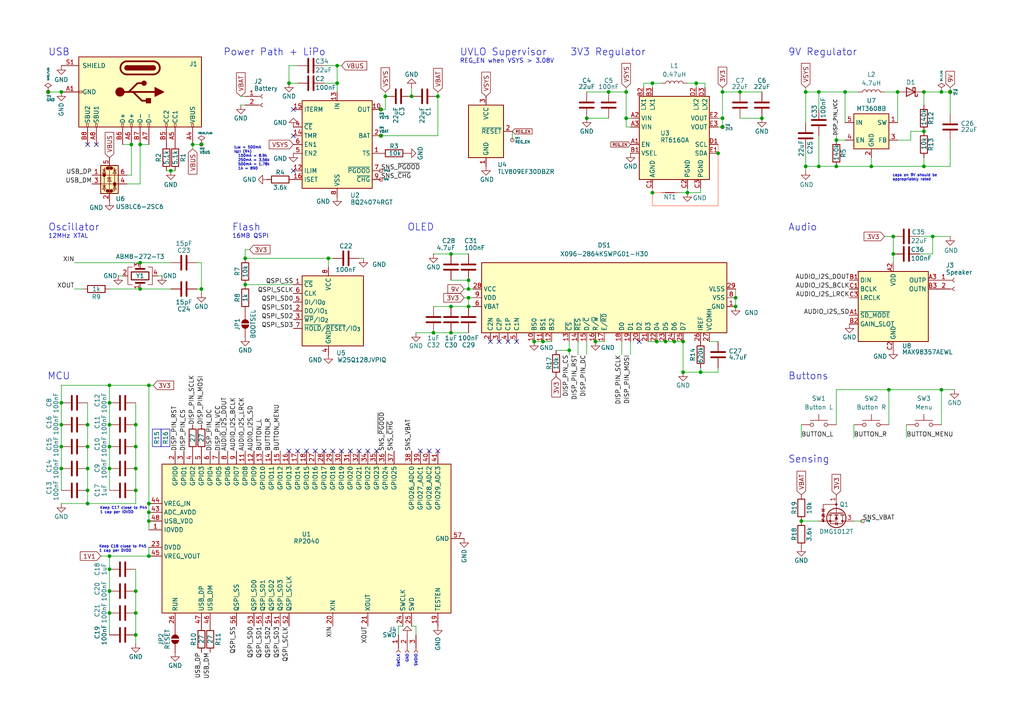
<source format=kicad_sch>
(kicad_sch (version 20250114) (generator "eeschema") (generator_version "9.0")
  (paper "A4")
  (title_block (title "Prythm"))
  (rectangle (start 46.736 124.46) (end 49.276 129.54))
  (rectangle (start 44.196 124.46) (end 46.736 129.54))
  (text "battery level monitoring\nway to soft shutdown audio system\nway to soft shutdown display -- maybe just use disp commands xd\nleds? (come back after first routing?)\nactually pick a tactile menu btn from JLC (maybe that fun rotary thing?)" (at 302.514 34.036 0) (effects (font (size 0.762 0.762)) (justify left top)))
  (text "Buttons" (at 228.6 109.22 0) (effects (font (size 2.032 2.032)) (justify left)))
  (text "Oscillator" (at 13.97 66.04 0) (effects (font (size 2.032 2.032)) (justify left)))
  (text "caps on 9V should be\nappropriately rated" (at 258.826 51.562 0) (effects (font (size 0.762 0.762)) (justify left)))
  (text "3V3 Regulator" (at 165.354 15.24 0) (effects (font (size 2.032 2.032)) (justify left)))
  (text "Keep C17 close to P44\n1 cap per IOVDD" (at 28.956 148.082 0) (effects (font (size 0.762 0.762)) (justify left)))
  (text "12MHz XTAL" (at 13.97 68.58 0) (effects (font (size 1.27 1.27)) (justify left)))
  (text "USB" (at 13.97 15.24 0) (effects (font (size 2.032 2.032)) (justify left)))
  (text "16MB QSPI" (at 67.31 68.58 0) (effects (font (size 1.27 1.27)) (justify left)))
  (text "I_{LIM} = 500mA\nI_{SET} (R4)\n  100mA = 8.9k\n  250mA = 3.56k\n  500mA = 1.78k\n  1A = 890" (at 67.818 45.974 0) (effects (font (size 0.762 0.762)) (justify left)))
  (text "UVLO Supervisor" (at 133.35 15.24 0) (effects (font (size 2.032 2.032)) (justify left)))
  (text "Audio" (at 228.6 66.04 0) (effects (font (size 2.032 2.032)) (justify left)))
  (text "SWCLK" (at 115.57 189.738 90) (effects (font (size 0.762 0.762)) (justify right)))
  (text "GND" (at 118.11 189.738 90) (effects (font (size 0.762 0.762)) (justify right)))
  (text "Sensing" (at 228.6 133.35 0) (effects (font (size 2.032 2.032)) (justify left)))
  (text "Flash" (at 67.31 66.04 0) (effects (font (size 2.032 2.032)) (justify left)))
  (text "Power Path + LiPo" (at 64.77 15.24 0) (effects (font (size 2.032 2.032)) (justify left)))
  (text "REG_EN when VSYS > 3.08V" (at 133.35 17.78 0) (effects (font (size 1.27 1.27)) (justify left)))
  (text "MCU" (at 13.716 109.22 0) (effects (font (size 2.032 2.032)) (justify left)))
  (text "9V Regulator" (at 228.6 15.24 0) (effects (font (size 2.032 2.032)) (justify left)))
  (text "OLED" (at 118.11 66.04 0) (effects (font (size 2.032 2.032)) (justify left)))
  (text "Keep C18 close to P45\n1 cap per DVDD" (at 28.702 159.258 0) (effects (font (size 0.762 0.762)) (justify left)))
  (text "SWDIO" (at 120.65 189.738 90) (effects (font (size 0.762 0.762)) (justify right)))
  (junction (at 242.57 40.64))
  (junction (at 38.1 41.91))
  (junction (at 39.37 135.89))
  (junction (at 25.4 129.54))
  (junction (at 43.18 151.13))
  (junction (at 209.55 36.83))
  (junction (at 260.35 26.67))
  (junction (at 43.18 111.76))
  (junction (at 135.89 88.9))
  (junction (at 195.58 99.06))
  (junction (at 176.53 26.67))
  (junction (at 193.04 99.06))
  (junction (at 31.75 111.76))
  (junction (at 190.5 99.06))
  (junction (at 43.18 146.05))
  (junction (at 267.97 48.26))
  (junction (at 252.73 48.26))
  (junction (at 17.78 26.67))
  (junction (at 25.4 135.89))
  (junction (at 189.23 55.88))
  (junction (at 125.73 96.52))
  (junction (at 135.89 86.36))
  (junction (at 31.75 161.29))
  (junction (at 189.23 24.13))
  (junction (at 181.61 26.67))
  (junction (at 273.05 26.67))
  (junction (at 55.88 41.91))
  (junction (at 39.37 184.15))
  (junction (at 127 27.94))
  (junction (at 275.59 26.67))
  (junction (at 213.36 88.9))
  (junction (at 17.78 116.84))
  (junction (at 40.64 76.2))
  (junction (at 25.4 142.24))
  (junction (at 267.97 26.67))
  (junction (at 165.1 101.6))
  (junction (at 110.49 31.75))
  (junction (at 17.78 135.89))
  (junction (at 43.18 161.29))
  (junction (at 17.78 129.54))
  (junction (at 39.37 142.24))
  (junction (at 213.36 86.36))
  (junction (at 157.48 99.06))
  (junction (at 83.82 24.13))
  (junction (at 130.81 88.9))
  (junction (at 71.12 74.93))
  (junction (at 203.2 107.95))
  (junction (at 58.42 83.82))
  (junction (at 31.75 129.54))
  (junction (at 220.98 34.29))
  (junction (at 198.12 107.95))
  (junction (at 245.11 26.67))
  (junction (at 130.81 73.66))
  (junction (at 208.28 44.45))
  (junction (at 237.49 26.67))
  (junction (at 31.75 123.19))
  (junction (at 154.94 99.06))
  (junction (at 267.97 38.1))
  (junction (at 71.12 82.55))
  (junction (at 209.55 26.67))
  (junction (at 39.37 177.8))
  (junction (at 43.18 148.59))
  (junction (at 135.89 83.82))
  (junction (at 259.08 68.58))
  (junction (at 31.75 116.84))
  (junction (at 31.75 165.1))
  (junction (at 259.08 73.66))
  (junction (at 31.75 177.8))
  (junction (at 40.64 41.91))
  (junction (at 17.78 123.19))
  (junction (at 110.49 39.37))
  (junction (at 209.55 34.29))
  (junction (at 119.38 27.94))
  (junction (at 214.63 26.67))
  (junction (at 233.68 48.26))
  (junction (at 31.75 135.89))
  (junction (at 181.61 34.29))
  (junction (at 242.57 48.26))
  (junction (at 130.81 96.52))
  (junction (at 237.49 48.26))
  (junction (at 270.51 68.58))
  (junction (at 135.89 81.28))
  (junction (at 199.39 55.88))
  (junction (at 40.64 83.82))
  (junction (at 13.97 26.67))
  (junction (at 25.4 123.19))
  (junction (at 58.42 41.91))
  (junction (at 170.18 34.29))
  (junction (at 31.75 171.45))
  (junction (at 97.79 24.13))
  (junction (at 95.25 74.93))
  (junction (at 39.37 171.45))
  (junction (at 97.79 19.05))
  (junction (at 201.93 24.13))
  (junction (at 39.37 129.54))
  (junction (at 198.12 99.06))
  (junction (at 49.53 49.53))
  (junction (at 232.41 151.13))
  (junction (at 172.72 99.06))
  (junction (at 233.68 26.67))
  (junction (at 111.76 27.94))
  (junction (at 257.81 113.03))
  (junction (at 273.05 113.03))
  (junction (at 25.4 146.05))
  (junction (at 39.37 123.19))
  (no_connect (at 25.4 41.91))
  (no_connect (at 99.06 130.81))
  (no_connect (at 121.92 130.81))
  (no_connect (at 91.44 130.81))
  (no_connect (at 149.86 99.06))
  (no_connect (at 96.52 130.81))
  (no_connect (at 93.98 130.81))
  (no_connect (at 27.94 41.91))
  (no_connect (at 104.14 130.81))
  (no_connect (at 147.32 99.06))
  (no_connect (at 85.09 49.53))
  (no_connect (at 124.46 130.81))
  (no_connect (at 83.82 130.81))
  (no_connect (at 142.24 99.06))
  (no_connect (at 101.6 130.81))
  (no_connect (at 185.42 99.06))
  (no_connect (at 144.78 99.06))
  (no_connect (at 86.36 130.81))
  (no_connect (at 127 130.81))
  (no_connect (at 85.09 39.37))
  (no_connect (at 88.9 130.81))
  (no_connect (at 85.09 31.75))
  (no_connect (at 106.68 130.81))
  (no_connect (at 109.22 130.81))
  (wire (pts (xy 161.29 101.6) (xy 165.1 101.6)))
  (wire (pts (xy 58.42 83.82) (xy 57.15 83.82)))
  (wire (pts (xy 199.39 24.13) (xy 201.93 24.13)))
  (wire (pts (xy 189.23 59.69) (xy 208.28 59.69)) (stroke (width 0) (color 255 106 62 1)))
  (wire (pts (xy 181.61 26.67) (xy 181.61 34.29)))
  (wire (pts (xy 40.64 53.34) (xy 36.83 53.34)))
  (wire (pts (xy 49.53 76.2) (xy 40.64 76.2)))
  (wire (pts (xy 31.75 123.19) (xy 31.75 116.84)))
  (wire (pts (xy 203.2 107.95) (xy 203.2 106.68)))
  (wire (pts (xy 204.47 24.13) (xy 204.47 25.4)))
  (wire (pts (xy 264.16 40.64) (xy 264.16 38.1)))
  (wire (pts (xy 205.74 99.06) (xy 208.28 99.06)))
  (wire (pts (xy 242.57 40.64) (xy 245.11 40.64)))
  (wire (pts (xy 176.53 26.67) (xy 181.61 26.67)))
  (wire (pts (xy 93.98 19.05) (xy 97.79 19.05)))
  (wire (pts (xy 233.68 43.18) (xy 233.68 48.26)))
  (wire (pts (xy 242.57 113.03) (xy 242.57 123.19)))
  (wire (pts (xy 209.55 25.4) (xy 209.55 26.67)))
  (wire (pts (xy 31.75 165.1) (xy 31.75 171.45)))
  (wire (pts (xy 266.7 68.58) (xy 270.51 68.58)))
  (wire (pts (xy 58.42 83.82) (xy 58.42 76.2)))
  (wire (pts (xy 275.59 26.67) (xy 275.59 33.02)))
  (wire (pts (xy 275.59 40.64) (xy 275.59 48.26)))
  (wire (pts (xy 25.4 142.24) (xy 25.4 146.05)))
  (wire (pts (xy 195.58 99.06) (xy 198.12 99.06)))
  (wire (pts (xy 260.35 26.67) (xy 256.54 26.67)))
  (wire (pts (xy 199.39 55.88) (xy 203.2 55.88)))
  (wire (pts (xy 43.18 151.13) (xy 43.18 148.59)))
  (wire (pts (xy 237.49 48.26) (xy 242.57 48.26)))
  (wire (pts (xy 130.81 73.66) (xy 135.89 73.66)))
  (wire (pts (xy 181.61 25.4) (xy 181.61 26.67)))
  (wire (pts (xy 233.68 48.26) (xy 237.49 48.26)))
  (wire (pts (xy 260.35 26.67) (xy 260.35 35.56)))
  (wire (pts (xy 105.41 74.93) (xy 104.14 74.93)))
  (wire (pts (xy 134.62 86.36) (xy 135.89 86.36)))
  (wire (pts (xy 170.18 99.06) (xy 170.18 102.87)))
  (wire (pts (xy 39.37 123.19) (xy 39.37 116.84)))
  (wire (pts (xy 13.97 26.67) (xy 17.78 26.67)))
  (wire (pts (xy 273.05 113.03) (xy 273.05 123.19)))
  (wire (pts (xy 48.26 49.53) (xy 49.53 49.53)))
  (wire (pts (xy 40.64 83.82) (xy 31.75 83.82)))
  (wire (pts (xy 232.41 151.13) (xy 237.49 151.13)))
  (wire (pts (xy 233.68 25.4) (xy 233.68 26.67)))
  (wire (pts (xy 120.65 96.52) (xy 125.73 96.52)))
  (wire (pts (xy 130.81 96.52) (xy 135.89 96.52)))
  (wire (pts (xy 119.38 25.4) (xy 119.38 27.94)))
  (wire (pts (xy 58.42 76.2) (xy 57.15 76.2)))
  (wire (pts (xy 71.12 74.93) (xy 95.25 74.93)))
  (wire (pts (xy 181.61 36.83) (xy 182.88 36.83)))
  (wire (pts (xy 31.75 161.29) (xy 31.75 165.1)))
  (wire (pts (xy 262.89 123.19) (xy 262.89 127)))
  (wire (pts (xy 25.4 146.05) (xy 39.37 146.05)))
  (wire (pts (xy 208.28 107.95) (xy 208.28 106.68)))
  (wire (pts (xy 17.78 111.76) (xy 31.75 111.76)))
  (wire (pts (xy 267.97 26.67) (xy 273.05 26.67)))
  (wire (pts (xy 25.4 129.54) (xy 25.4 123.19)))
  (wire (pts (xy 247.65 123.19) (xy 247.65 127)))
  (wire (pts (xy 135.89 83.82) (xy 137.16 83.82)))
  (wire (pts (xy 125.73 88.9) (xy 130.81 88.9)))
  (wire (pts (xy 220.98 34.29) (xy 214.63 34.29)))
  (wire (pts (xy 170.18 26.67) (xy 176.53 26.67)))
  (wire (pts (xy 110.49 31.75) (xy 111.76 31.75)))
  (wire (pts (xy 17.78 146.05) (xy 25.4 146.05)))
  (wire (pts (xy 40.64 41.91) (xy 40.64 53.34)))
  (wire (pts (xy 69.85 27.94) (xy 71.12 27.94)))
  (wire (pts (xy 17.78 111.76) (xy 17.78 116.84)))
  (wire (pts (xy 275.59 25.4) (xy 275.59 26.67)))
  (wire (pts (xy 186.69 24.13) (xy 189.23 24.13)))
  (wire (pts (xy 172.72 99.06) (xy 175.26 99.06)))
  (wire (pts (xy 181.61 34.29) (xy 181.61 36.83)))
  (wire (pts (xy 38.1 50.8) (xy 36.83 50.8)))
  (wire (pts (xy 39.37 184.15) (xy 39.37 177.8)))
  (wire (pts (xy 148.59 38.1) (xy 148.59 40.64)))
  (wire (pts (xy 127 27.94) (xy 127 39.37)))
  (wire (pts (xy 38.1 41.91) (xy 38.1 50.8)))
  (wire (pts (xy 165.1 101.6) (xy 165.1 102.87)))
  (wire (pts (xy 97.79 24.13) (xy 97.79 26.67)))
  (wire (pts (xy 25.4 135.89) (xy 25.4 129.54)))
  (wire (pts (xy 83.82 24.13) (xy 83.82 19.05)))
  (wire (pts (xy 127 26.67) (xy 127 27.94)))
  (wire (pts (xy 43.18 41.91) (xy 40.64 41.91)))
  (wire (pts (xy 130.81 81.28) (xy 135.89 81.28)))
  (wire (pts (xy 220.98 26.67) (xy 214.63 26.67)))
  (wire (pts (xy 180.34 99.06) (xy 180.34 102.87)))
  (wire (pts (xy 39.37 142.24) (xy 39.37 146.05)))
  (wire (pts (xy 39.37 135.89) (xy 39.37 142.24)))
  (wire (pts (xy 252.73 48.26) (xy 252.73 45.72)))
  (wire (pts (xy 110.49 39.37) (xy 127 39.37)))
  (wire (pts (xy 44.45 111.76) (xy 43.18 111.76)))
  (wire (pts (xy 69.85 30.48) (xy 71.12 30.48)))
  (wire (pts (xy 165.1 99.06) (xy 165.1 101.6)))
  (wire (pts (xy 125.73 73.66) (xy 130.81 73.66)))
  (wire (pts (xy 275.59 48.26) (xy 267.97 48.26)))
  (wire (pts (xy 31.75 129.54) (xy 31.75 123.19)))
  (wire (pts (xy 58.42 85.09) (xy 58.42 83.82)))
  (wire (pts (xy 237.49 26.67) (xy 237.49 31.75)))
  (wire (pts (xy 213.36 86.36) (xy 213.36 88.9)))
  (wire (pts (xy 189.23 24.13) (xy 191.77 24.13)))
  (wire (pts (xy 17.78 129.54) (xy 17.78 123.19)))
  (wire (pts (xy 167.64 99.06) (xy 167.64 102.87)))
  (wire (pts (xy 83.82 24.13) (xy 86.36 24.13)))
  (wire (pts (xy 198.12 107.95) (xy 203.2 107.95)))
  (wire (pts (xy 97.79 19.05) (xy 99.06 19.05)))
  (wire (pts (xy 273.05 26.67) (xy 275.59 26.67)))
  (wire (pts (xy 203.2 107.95) (xy 208.28 107.95)))
  (wire (pts (xy 267.97 26.67) (xy 267.97 30.48)))
  (wire (pts (xy 233.68 26.67) (xy 233.68 35.56)))
  (wire (pts (xy 31.75 135.89) (xy 31.75 129.54)))
  (wire (pts (xy 71.12 72.39) (xy 71.12 74.93)))
  (wire (pts (xy 186.69 25.4) (xy 186.69 24.13)))
  (wire (pts (xy 97.79 19.05) (xy 97.79 24.13)))
  (wire (pts (xy 31.75 142.24) (xy 31.75 135.89)))
  (wire (pts (xy 135.89 86.36) (xy 135.89 88.9)))
  (wire (pts (xy 157.48 99.06) (xy 160.02 99.06)))
  (wire (pts (xy 199.39 54.61) (xy 199.39 55.88)))
  (wire (pts (xy 189.23 54.61) (xy 189.23 55.88)) (stroke (width 0) (color 255 106 62 1)))
  (wire (pts (xy 266.7 73.66) (xy 270.51 73.66)))
  (wire (pts (xy 39.37 186.69) (xy 39.37 184.15)))
  (wire (pts (xy 134.62 83.82) (xy 135.89 83.82)))
  (wire (pts (xy 58.42 41.91) (xy 55.88 41.91)))
  (wire (pts (xy 135.89 81.28) (xy 135.89 83.82)))
  (wire (pts (xy 198.12 99.06) (xy 198.12 107.95)))
  (wire (pts (xy 259.08 73.66) (xy 259.08 76.2)))
  (wire (pts (xy 31.75 177.8) (xy 31.75 171.45)))
  (wire (pts (xy 273.05 113.03) (xy 276.86 113.03)))
  (wire (pts (xy 193.04 99.06) (xy 190.5 99.06)))
  (wire (pts (xy 46.99 80.01) (xy 45.72 80.01)))
  (wire (pts (xy 232.41 123.19) (xy 232.41 127)))
  (wire (pts (xy 203.2 55.88) (xy 203.2 54.61)))
  (wire (pts (xy 34.29 80.01) (xy 35.56 80.01)))
  (wire (pts (xy 233.68 49.53) (xy 233.68 48.26)))
  (wire (pts (xy 181.61 34.29) (xy 182.88 34.29)))
  (wire (pts (xy 208.28 44.45) (xy 208.28 41.91)) (stroke (width 0) (color 255 106 62 1)))
  (wire (pts (xy 209.55 26.67) (xy 209.55 34.29)))
  (wire (pts (xy 43.18 161.29) (xy 43.18 158.75)))
  (wire (pts (xy 190.5 99.06) (xy 187.96 99.06)))
  (wire (pts (xy 264.16 38.1) (xy 267.97 38.1)))
  (wire (pts (xy 17.78 123.19) (xy 17.78 116.84)))
  (wire (pts (xy 49.53 83.82) (xy 40.64 83.82)))
  (wire (pts (xy 119.38 181.61) (xy 120.65 181.61)))
  (wire (pts (xy 237.49 39.37) (xy 237.49 48.26)))
  (wire (pts (xy 111.76 26.67) (xy 111.76 27.94)))
  (wire (pts (xy 257.81 113.03) (xy 273.05 113.03)))
  (wire (pts (xy 40.64 76.2) (xy 21.59 76.2)))
  (wire (pts (xy 189.23 55.88) (xy 191.77 55.88)) (stroke (width 0) (color 255 106 62 1)))
  (wire (pts (xy 242.57 48.26) (xy 252.73 48.26)))
  (wire (pts (xy 208.28 36.83) (xy 209.55 36.83)))
  (polyline (pts (xy 300.99 34.29) (xy 302.26 34.29)))
  (wire (pts (xy 43.18 153.67) (xy 43.18 151.13)))
  (wire (pts (xy 247.65 151.13) (xy 250.19 151.13)))
  (wire (pts (xy 95.25 74.93) (xy 96.52 74.93)))
  (wire (pts (xy 267.97 45.72) (xy 267.97 48.26)))
  (wire (pts (xy 252.73 48.26) (xy 267.97 48.26)))
  (wire (pts (xy 49.53 49.53) (xy 50.8 49.53)))
  (wire (pts (xy 242.57 113.03) (xy 257.81 113.03)))
  (wire (pts (xy 72.39 72.39) (xy 71.12 72.39)))
  (wire (pts (xy 17.78 135.89) (xy 17.78 129.54)))
  (wire (pts (xy 55.88 43.18) (xy 55.88 41.91)))
  (wire (pts (xy 130.81 88.9) (xy 135.89 88.9)))
  (wire (pts (xy 43.18 111.76) (xy 31.75 111.76)))
  (wire (pts (xy 71.12 82.55) (xy 85.09 82.55)))
  (wire (pts (xy 242.57 39.37) (xy 242.57 40.64)))
  (wire (pts (xy 259.08 68.58) (xy 259.08 73.66)))
  (wire (pts (xy 189.23 55.88) (xy 189.23 59.69)) (stroke (width 0) (color 255 106 62 1)))
  (wire (pts (xy 256.54 68.58) (xy 259.08 68.58)))
  (wire (pts (xy 29.21 161.29) (xy 31.75 161.29)))
  (polyline (pts (xy 300.99 35.56) (xy 302.26 35.56)))
  (wire (pts (xy 38.1 41.91) (xy 35.56 41.91)))
  (wire (pts (xy 24.13 83.82) (xy 21.59 83.82)))
  (polyline (pts (xy 300.99 36.83) (xy 302.26 36.83)))
  (wire (pts (xy 31.75 177.8) (xy 31.75 184.15)))
  (wire (pts (xy 189.23 24.13) (xy 189.23 25.4)))
  (wire (pts (xy 201.93 24.13) (xy 201.93 25.4)))
  (wire (pts (xy 209.55 36.83) (xy 209.55 34.29)))
  (wire (pts (xy 39.37 135.89) (xy 39.37 129.54)))
  (wire (pts (xy 111.76 31.75) (xy 111.76 27.94)))
  (wire (pts (xy 83.82 19.05) (xy 86.36 19.05)))
  (wire (pts (xy 25.4 116.84) (xy 25.4 123.19)))
  (wire (pts (xy 270.51 68.58) (xy 270.51 73.66)))
  (wire (pts (xy 43.18 111.76) (xy 43.18 146.05)))
  (wire (pts (xy 135.89 88.9) (xy 137.16 88.9)))
  (wire (pts (xy 245.11 26.67) (xy 245.11 35.56)))
  (wire (pts (xy 237.49 26.67) (xy 245.11 26.67)))
  (wire (pts (xy 93.98 24.13) (xy 97.79 24.13)))
  (wire (pts (xy 31.75 111.76) (xy 31.75 116.84)))
  (wire (pts (xy 209.55 34.29) (xy 208.28 34.29)))
  (wire (pts (xy 170.18 34.29) (xy 176.53 34.29)))
  (wire (pts (xy 116.84 181.61) (xy 115.57 181.61)))
  (wire (pts (xy 154.94 99.06) (xy 157.48 99.06)))
  (wire (pts (xy 182.88 99.06) (xy 182.88 102.87)))
  (wire (pts (xy 39.37 177.8) (xy 39.37 171.45)))
  (wire (pts (xy 196.85 55.88) (xy 199.39 55.88)))
  (wire (pts (xy 245.11 26.67) (xy 248.92 26.67)))
  (wire (pts (xy 31.75 161.29) (xy 43.18 161.29)))
  (wire (pts (xy 195.58 99.06) (xy 193.04 99.06)))
  (wire (pts (xy 95.25 74.93) (xy 95.25 77.47)))
  (wire (pts (xy 125.73 96.52) (xy 130.81 96.52)))
  (wire (pts (xy 270.51 68.58) (xy 275.59 68.58)))
  (wire (pts (xy 257.81 113.03) (xy 257.81 123.19)))
  (wire (pts (xy 260.35 40.64) (xy 264.16 40.64)))
  (wire (pts (xy 43.18 148.59) (xy 43.18 146.05)))
  (wire (pts (xy 135.89 86.36) (xy 137.16 86.36)))
  (wire (pts (xy 213.36 83.82) (xy 213.36 86.36)))
  (wire (pts (xy 208.28 59.69) (xy 208.28 44.45)) (stroke (width 0) (color 255 106 62 1)))
  (wire (pts (xy 25.4 142.24) (xy 25.4 135.89)))
  (wire (pts (xy 120.65 181.61) (xy 120.65 184.15)))
  (wire (pts (xy 39.37 129.54) (xy 39.37 123.19)))
  (wire (pts (xy 201.93 24.13) (xy 204.47 24.13)))
  (wire (pts (xy 115.57 181.61) (xy 115.57 184.15)))
  (wire (pts (xy 209.55 26.67) (xy 214.63 26.67)))
  (wire (pts (xy 17.78 142.24) (xy 17.78 135.89)))
  (wire (pts (xy 39.37 171.45) (xy 39.37 165.1)))
  (wire (pts (xy 233.68 26.67) (xy 237.49 26.67)))
  (label "DISP_PIN_CS" (at 53.34 130.81 90))
  (label "QSPI_SD2" (at 78.74 181.61 270))
  (label "AUDIO_I2S_SD" (at 73.66 130.81 90))
  (label "SNS_~{CHG}" (at 110.49 52.07 0))
  (label "DISP_PIN_RST" (at 167.64 102.87 270))
  (label "QSPI_SCLK" (at 83.82 181.61 270))
  (label "SNS_~{CHG}" (at 114.3 130.81 90))
  (label "QSPI_SD2" (at 85.09 92.71 180))
  (label "AUDIO_I2S_DOUT" (at 66.04 130.81 90))
  (label "SNS_~{PGOOD}" (at 111.76 130.81 90))
  (label "SNS_VBAT" (at 119.38 130.81 90))
  (label "QSPI_SD1" (at 76.2 181.61 270))
  (label "DISP_PIN_RST" (at 50.8 130.81 90))
  (label "QSPI_SD3" (at 85.09 95.25 180))
  (label "DISP_PIN_CS" (at 165.1 102.87 270))
  (label "BUTTON_L" (at 232.41 127 0))
  (label "XOUT" (at 21.59 83.82 180))
  (label "AUDIO_I2S_BCLK" (at 246.38 83.82 180))
  (label "QSPI_SS" (at 85.09 82.55 180))
  (label "BUTTON_R" (at 78.74 130.81 90))
  (label "QSPI_SD1" (at 85.09 90.17 180))
  (label "AUDIO_I2S_BCLK" (at 68.58 130.81 90))
  (label "QSPI_SCLK" (at 85.09 85.09 180))
  (label "AUDIO_I2S_LRCK" (at 246.38 86.36 180))
  (label "XOUT" (at 106.68 181.61 270))
  (label "USB_DM" (at 26.67 53.34 180))
  (label "SNS_~{PGOOD}" (at 110.49 49.53 0))
  (label "BUTTON_MENU" (at 81.28 130.81 90))
  (label "AUDIO_I2S_SD" (at 246.38 91.44 180))
  (label "QSPI_SD0" (at 85.09 87.63 180))
  (label "QSPI_SD3" (at 81.28 181.61 270))
  (label "DISP_PIN_SCLK" (at 180.34 102.87 270))
  (label "QSPI_SD0" (at 73.66 181.61 270))
  (label "USB_DP" (at 58.42 189.23 270))
  (label "SNS_VBAT" (at 250.19 151.13 0))
  (label "AUDIO_I2S_LRCK" (at 71.12 130.81 90))
  (label "XIN" (at 21.59 76.2 180))
  (label "DISP_PIN_DC" (at 170.18 102.87 270))
  (label "USB_DM" (at 60.96 189.23 270))
  (label "USB_DP" (at 26.67 50.8 180))
  (label "AUDIO_I2S_DOUT" (at 246.38 81.28 180))
  (label "BUTTON_R" (at 247.65 127 0))
  (label "BUTTON_L" (at 76.2 130.81 90))
  (label "DISP_PIN_VCC" (at 242.57 39.37 90) (effects (font (size 1.016 1.016))))
  (label "DISP_PIN_MOSI" (at 182.88 102.87 270))
  (label "DISP_PIN_SCLK" (at 55.88 123.19 90))
  (label "DISP_PIN_VCC" (at 63.5 130.81 90))
  (label "XIN" (at 96.52 181.61 270))
  (label "DISP_PIN_DC" (at 60.96 130.81 90))
  (label "QSPI_SS" (at 68.58 181.61 270))
  (label "BUTTON_MENU" (at 262.89 127 0))
  (label "DISP_PIN_MOSI" (at 58.42 123.19 90))
  (global_label "VSYS" (shape input) (at 111.76 26.67 90) (property "Intersheetrefs" "${INTERSHEET_REFS}" (effects (hide yes))))
  (global_label "VSYS" (shape input) (at 181.61 25.4 90) (property "Intersheetrefs" "${INTERSHEET_REFS}" (effects (hide yes))))
  (global_label "REG_EN" (shape input) (at 182.88 41.91 180) (effects (font (size 0.762 0.762))) (property "Intersheetrefs" "${INTERSHEET_REFS}" (effects (hide yes))))
  (global_label "VSYS" (shape input) (at 233.68 25.4 90) (property "Intersheetrefs" "${INTERSHEET_REFS}" (effects (hide yes))))
  (global_label "9V" (shape input) (at 134.62 83.82 180) (property "Intersheetrefs" "${INTERSHEET_REFS}" (effects (hide yes))))
  (global_label "VBAT" (shape input) (at 127 26.67 90) (property "Intersheetrefs" "${INTERSHEET_REFS}" (effects (hide yes))))
  (global_label "1V1" (shape input) (at 29.21 161.29 180) (property "Intersheetrefs" "${INTERSHEET_REFS}" (effects (hide yes))))
  (global_label "VBUS" (shape input) (at 99.06 19.05 0) (property "Intersheetrefs" "${INTERSHEET_REFS}" (effects (hide yes))))
  (global_label "3V3" (shape input) (at 256.54 68.58 180) (property "Intersheetrefs" "${INTERSHEET_REFS}" (effects (hide yes))))
  (global_label "VBAT" (shape input) (at 69.85 27.94 90) (property "Intersheetrefs" "${INTERSHEET_REFS}" (effects (hide yes))))
  (global_label "9V" (shape input) (at 275.59 25.4 90) (property "Intersheetrefs" "${INTERSHEET_REFS}" (effects (hide yes))))
  (global_label "3V3" (shape input) (at 161.29 109.22 270) (property "Intersheetrefs" "${INTERSHEET_REFS}" (effects (hide yes))))
  (global_label "VBUS" (shape input) (at 55.88 43.18 270) (property "Intersheetrefs" "${INTERSHEET_REFS}" (effects (hide yes))))
  (global_label "VBUS" (shape input) (at 31.75 45.72 90) (property "Intersheetrefs" "${INTERSHEET_REFS}" (effects (hide yes))))
  (global_label "VBAT" (shape input) (at 232.41 143.51 90) (property "Intersheetrefs" "${INTERSHEET_REFS}" (effects (hide yes))))
  (global_label "3V3" (shape input) (at 44.45 111.76 0) (property "Intersheetrefs" "${INTERSHEET_REFS}" (effects (hide yes))))
  (global_label "3V3" (shape input) (at 242.57 143.51 90) (property "Intersheetrefs" "${INTERSHEET_REFS}" (effects (hide yes))))
  (global_label "VSYS" (shape input) (at 140.97 27.94 90) (property "Intersheetrefs" "${INTERSHEET_REFS}" (effects (hide yes))))
  (global_label "VSYS" (shape input) (at 85.09 41.91 180) (property "Intersheetrefs" "${INTERSHEET_REFS}" (effects (hide yes))))
  (global_label "REG_EN" (shape input) (at 148.59 38.1 0) (effects (font (size 0.762 0.762))) (property "Intersheetrefs" "${INTERSHEET_REFS}" (effects (hide yes))))
  (global_label "3V3" (shape input) (at 134.62 86.36 180) (property "Intersheetrefs" "${INTERSHEET_REFS}" (effects (hide yes))))
  (global_label "3V3" (shape input) (at 209.55 25.4 90) (property "Intersheetrefs" "${INTERSHEET_REFS}" (effects (hide yes))))
  (global_label "3V3" (shape input) (at 72.39 72.39 0) (property "Intersheetrefs" "${INTERSHEET_REFS}" (effects (hide yes))))
  (symbol (lib_name "Conn_01x02_Socket_1") (lib_id "Connector:Conn_01x02_Socket") (at 76.2 27.94 0) (unit 1)
    (property "Reference" "J2" (at 73.66 23.622 0) (effects (justify left)))
    (property "Value" "Battery" (at 73.66 25.654 0) (effects (justify left)))
    (property "Footprint" "Connector_JST:JST_PH_S2B-PH-SM4-TB_1x02-1MP_P2.00mm_Horizontal" (effects (hide yes)))
    (property "Description" "Generic connector, single row, 01x02, script generated" (effects (hide yes)))
    (property "LCSC" "C2905019" (effects (hide yes)))
  )
  (symbol (lib_id "Device:R") (at 203.2 102.87 180) (unit 1)
    (property "Reference" "R14" (at 200.914 102.87 90))
    (property "Value" "620k" (at 203.2 105.41 90) (effects (justify right)))
    (property "Footprint" "Resistor_SMD:R_0402_1005Metric" (effects (hide yes)))
    (property "Description" "Resistor" (effects (hide yes)))
    (property "LCSC" "C137952" (effects (hide yes)))
  )
  (symbol (lib_id "Device:R") (at 60.96 185.42 0) (mirror x) (unit 1)
    (property "Reference" "R11" (at 63.246 185.42 90))
    (property "Value" "27" (at 60.96 185.42 90))
    (property "Footprint" "Resistor_SMD:R_0402_1005Metric" (effects (hide yes)))
    (property "Description" "Resistor" (effects (hide yes)))
    (property "LCSC" "C138021" (effects (hide yes)))
  )
  (symbol (lib_id "Device:R") (at 161.29 105.41 180) (unit 1)
    (property "Reference" "R17" (at 159.258 105.41 90))
    (property "Value" "10k" (at 161.29 105.41 90))
    (property "Footprint" "Resistor_SMD:R_0402_1005Metric" (effects (hide yes)))
    (property "Description" "Resistor" (effects (hide yes)))
    (property "LCSC" "C226679" (effects (hide yes)))
  )
  (symbol (lib_id "power:PWR_FLAG") (at 13.97 26.67 0) (unit 1)
    (property "Reference" "#FLG01" (effects (hide yes)))
    (property "Value" "GND_FLAG" (at 13.97 23.368 90) (effects (font (size 0.508 0.508)) (justify left)))
    (property "Description" "Special symbol for telling ERC where power comes from" (effects (hide yes)))
  )
  (symbol (lib_id "Device:C") (at 214.63 30.48 0) (mirror y) (unit 1)
    (property "Reference" "C7" (at 214.63 23.368 0))
    (property "Value" "22uF" (at 214.63 25.146 0))
    (property "Footprint" "Capacitor_SMD:C_0603_1608Metric" (effects (hide yes)))
    (property "Description" "Unpolarized capacitor" (effects (hide yes)))
    (property "LCSC" "C2762594" (effects (hide yes)))
  )
  (symbol (lib_id "Custom:RT6160A") (at 195.58 26.67 0) (unit 1)
    (property "Reference" "U3" (at 191.516 38.608 0) (effects (justify left)))
    (property "Value" "RT6160A" (at 191.516 40.64 0) (effects (justify left)))
    (property "Footprint" "Custom:WL-CSP-15B_1.4x2.3_BSC" (effects (hide yes)))
    (property "Datasheet" "https://www.richtek.com/assets/product_file/RT6160A/DS6160A-05.pdf" (effects (hide yes)))
    (property "LCSC" "C7065276" (effects (hide yes)))
  )
  (symbol (lib_id "power:GND") (at 259.08 101.6 0) (unit 1)
    (property "Reference" "#PWR036" (effects (hide yes)))
    (property "Value" "GND" (at 255.27 103.378 0))
    (property "Description" "Power symbol creates a global label with name \"GND\" , ground" (effects (hide yes)))
  )
  (symbol (lib_id "power:GND") (at 46.99 80.01 0) (unit 1)
    (property "Reference" "#PWR023" (effects (hide yes)))
    (property "Value" "GND" (at 49.276 80.01 0))
    (property "Description" "Power symbol creates a global label with name \"GND\" , ground" (effects (hide yes)))
  )
  (symbol (lib_id "power:GND") (at 69.85 30.48 0) (unit 1)
    (property "Reference" "#PWR016" (effects (hide yes)))
    (property "Value" "GND" (at 69.85 34.29 0))
    (property "Description" "Power symbol creates a global label with name \"GND\" , ground" (effects (hide yes)))
  )
  (symbol (lib_id "Device:C") (at 262.89 73.66 90) (unit 1)
    (property "Reference" "C36" (at 264.16 72.39 90) (effects (justify right)))
    (property "Value" "100nF" (at 264.16 74.93 90) (effects (justify right)))
    (property "Footprint" "Capacitor_SMD:C_0402_1005Metric" (effects (hide yes)))
    (property "Description" "Unpolarized capacitor" (effects (hide yes)))
    (property "LCSC" "C541464" (effects (hide yes)))
  )
  (symbol (lib_id "Device:C") (at 35.56 135.89 90) (unit 1)
    (property "Reference" "C9" (at 28.194 137.16 0) (effects (justify left)))
    (property "Value" "100nF" (at 30.226 138.938 0) (effects (justify left)))
    (property "Footprint" "Capacitor_SMD:C_0402_1005Metric" (effects (hide yes)))
    (property "Description" "Unpolarized capacitor" (effects (hide yes)))
    (property "LCSC" "C541464" (effects (hide yes)))
  )
  (symbol (lib_id "Device:C") (at 115.57 27.94 270) (unit 1)
    (property "Reference" "C3" (at 116.586 30.988 0) (effects (justify left)))
    (property "Value" "22uF" (at 114.808 30.988 0) (effects (justify left)))
    (property "Footprint" "Capacitor_SMD:C_0603_1608Metric" (effects (hide yes)))
    (property "Description" "Unpolarized capacitor" (effects (hide yes)))
    (property "LCSC" "C2762594" (effects (hide yes)))
  )
  (symbol (lib_id "power:GND") (at 182.88 44.45 0) (unit 1)
    (property "Reference" "#PWR010" (effects (hide yes)))
    (property "Value" "GND" (at 182.88 48.26 0))
    (property "Description" "Power symbol creates a global label with name \"GND\" , ground" (effects (hide yes)))
  )
  (symbol (lib_id "Device:R") (at 48.26 45.72 0) (mirror y) (unit 1)
    (property "Reference" "R2" (at 45.974 45.72 90))
    (property "Value" "5.1k" (at 48.26 45.72 90))
    (property "Footprint" "Resistor_SMD:R_0402_1005Metric" (effects (hide yes)))
    (property "Description" "Resistor" (effects (hide yes)))
    (property "LCSC" "C852021" (effects (hide yes)))
  )
  (symbol (lib_id "Connector:TestPoint_Small") (at 58.42 41.91 270) (unit 1) (in_bom no)
    (property "Reference" "TP2" (at 57.912 43.18 90) (effects (font (size 0.508 0.508)) (justify left)))
    (property "Value" "VBUS" (at 57.912 44.196 90) (effects (font (size 0.762 0.762)) (justify left)))
    (property "Footprint" "TestPoint:TestPoint_Pad_D2.0mm" (effects (hide yes)))
    (property "Description" "test point" (effects (hide yes)))
  )
  (symbol (lib_id "power:GND") (at 105.41 74.93 0) (unit 1)
    (property "Reference" "#PWR022" (effects (hide yes)))
    (property "Value" "GND" (at 107.95 76.708 0) (effects (justify left)))
    (property "Description" "Power symbol creates a global label with name \"GND\" , ground" (effects (hide yes)))
  )
  (symbol (lib_id "Device:C") (at 53.34 83.82 270) (unit 1)
    (property "Reference" "C24" (at 53.34 89.662 90))
    (property "Value" "15pF" (at 53.34 87.63 90))
    (property "Footprint" "Capacitor_SMD:C_0402_1005Metric" (effects (hide yes)))
    (property "Description" "Unpolarized capacitor" (effects (hide yes)))
    (property "LCSC" "C161530" (effects (hide yes)))
  )
  (symbol (lib_id "Device:C") (at 135.89 77.47 180) (unit 1)
    (property "Reference" "C31" (at 134.62 69.85 0) (effects (justify right)))
    (property "Value" "100nF" (at 134.62 71.882 0) (effects (justify right)))
    (property "Footprint" "Capacitor_SMD:C_0402_1005Metric" (effects (hide yes)))
    (property "Description" "Unpolarized capacitor" (effects (hide yes)))
    (property "LCSC" "C541464" (effects (hide yes)))
  )
  (symbol (lib_id "Switch:SW_Push") (at 237.49 123.19 0) (unit 1) (in_bom no)
    (property "Reference" "SW1" (at 237.49 115.57 0))
    (property "Value" "Button L" (at 237.49 118.11 0))
    (property "Footprint" "Button_Switch_Keyboard:SW_Cherry_MX_1.00u_PCB" (effects (hide yes)))
    (property "Description" "Push button switch, generic, two pins" (effects (hide yes)))
  )
  (symbol (lib_id "power:PWR_FLAG") (at 273.05 26.67 0) (unit 1)
    (property "Reference" "#FLG03" (effects (hide yes)))
    (property "Value" "9V_FLAG" (at 273.05 23.622 90) (effects (font (size 0.508 0.508)) (justify left)))
    (property "Description" "Special symbol for telling ERC where power comes from" (effects (hide yes)))
  )
  (symbol (lib_id "Jumper:SolderJumper_2_Open") (at 50.8 185.42 90) (unit 1) (in_bom no)
    (property "Reference" "JP2" (at 46.736 185.42 0))
    (property "Value" "RESET" (at 48.514 185.42 0))
    (property "Footprint" "Jumper:SolderJumper-2_P1.3mm_Open_Pad1.0x1.5mm" (effects (hide yes)))
    (property "Description" "Solder Jumper, 2-pole, open" (effects (hide yes)))
  )
  (symbol (lib_id "Device:R") (at 81.28 52.07 90) (unit 1)
    (property "Reference" "R4" (at 81.28 50.038 90))
    (property "Value" "3.6k" (at 81.28 54.356 90))
    (property "Footprint" "Resistor_SMD:R_0402_1005Metric" (effects (hide yes)))
    (property "Description" "Resistor" (effects (hide yes)))
    (property "LCSC" "C137990" (effects (hide yes)))
  )
  (symbol (lib_id "power:GND") (at 97.79 57.15 0) (unit 1)
    (property "Reference" "#PWR04" (effects (hide yes)))
    (property "Value" "GND" (at 93.726 58.42 0))
    (property "Description" "Power symbol creates a global label with name \"GND\" , ground" (effects (hide yes)))
  )
  (symbol (lib_id "Device:C") (at 176.53 30.48 0) (unit 1)
    (property "Reference" "C5" (at 176.53 23.368 0))
    (property "Value" "100nF" (at 176.53 25.146 0))
    (property "Footprint" "Capacitor_SMD:C_0402_1005Metric" (effects (hide yes)))
    (property "Description" "Unpolarized capacitor" (effects (hide yes)))
    (property "LCSC" "C541464" (effects (hide yes)))
  )
  (symbol (lib_id "Device:R") (at 50.8 45.72 180) (unit 1)
    (property "Reference" "R1" (at 53.086 45.72 90))
    (property "Value" "5.1k" (at 50.8 45.72 90))
    (property "Footprint" "Resistor_SMD:R_0402_1005Metric" (effects (hide yes)))
    (property "Description" "Resistor" (effects (hide yes)))
    (property "LCSC" "C852021" (effects (hide yes)))
  )
  (symbol (lib_id "Device:R") (at 55.88 127 0) (mirror y) (unit 1)
    (property "Reference" "R15" (at 45.466 127 90))
    (property "Value" "27" (at 55.88 127 90))
    (property "Footprint" "Resistor_SMD:R_0402_1005Metric" (effects (hide yes)))
    (property "Description" "Resistor" (effects (hide yes)))
    (property "LCSC" "C138021" (effects (hide yes)))
  )
  (symbol (lib_id "Device:C") (at 170.18 30.48 0) (unit 1)
    (property "Reference" "C4" (at 170.18 23.368 0))
    (property "Value" "22uF" (at 170.18 25.146 0))
    (property "Footprint" "Capacitor_SMD:C_0603_1608Metric" (effects (hide yes)))
    (property "Description" "Unpolarized capacitor" (effects (hide yes)))
    (property "LCSC" "C2762594" (effects (hide yes)))
  )
  (symbol (lib_id "Device:C") (at 130.81 92.71 0) (unit 1)
    (property "Reference" "C30" (at 130.81 100.076 0))
    (property "Value" "1uF" (at 130.81 98.044 0))
    (property "Footprint" "Capacitor_SMD:C_0402_1005Metric" (effects (hide yes)))
    (property "Description" "Unpolarized capacitor" (effects (hide yes)))
    (property "LCSC" "C307427" (effects (hide yes)))
  )
  (symbol (lib_id "power:GND") (at 58.42 85.09 0) (unit 1)
    (property "Reference" "#PWR025" (effects (hide yes)))
    (property "Value" "GND" (at 58.42 88.9 0))
    (property "Description" "Power symbol creates a global label with name \"GND\" , ground" (effects (hide yes)))
  )
  (symbol (lib_id "Connector:TestPoint_Small") (at 13.97 26.67 270) (unit 1) (in_bom no)
    (property "Reference" "TP1" (at 13.462 27.94 90) (effects (font (size 0.508 0.508)) (justify left)))
    (property "Value" "GND" (at 13.462 28.956 90) (effects (font (size 0.762 0.762)) (justify left)))
    (property "Footprint" "TestPoint:TestPoint_Pad_D2.0mm" (effects (hide yes)))
    (property "Description" "test point" (effects (hide yes)))
  )
  (symbol (lib_id "power:GND") (at 199.39 55.88 0) (unit 1)
    (property "Reference" "#PWR08" (effects (hide yes)))
    (property "Value" "GND" (at 202.946 57.404 0))
    (property "Description" "Power symbol creates a global label with name \"GND\" , ground" (effects (hide yes)))
  )
  (symbol (lib_id "Device:C") (at 21.59 135.89 90) (unit 1)
    (property "Reference" "C14" (at 14.224 137.16 0) (effects (justify left)))
    (property "Value" "100nF" (at 16.256 138.938 0) (effects (justify left)))
    (property "Footprint" "Capacitor_SMD:C_0402_1005Metric" (effects (hide yes)))
    (property "Description" "Unpolarized capacitor" (effects (hide yes)))
    (property "LCSC" "C541464" (effects (hide yes)))
  )
  (symbol (lib_id "Switch:SW_Push") (at 252.73 123.19 0) (unit 1) (in_bom no)
    (property "Reference" "SW2" (at 252.73 115.57 0))
    (property "Value" "Button R" (at 252.73 118.11 0))
    (property "Footprint" "Button_Switch_Keyboard:SW_Cherry_MX_1.00u_PCB" (effects (hide yes)))
    (property "Description" "Push button switch, generic, two pins" (effects (hide yes)))
  )
  (symbol (lib_id "Device:C") (at 35.56 177.8 90) (unit 1)
    (property "Reference" "C21" (at 28.194 179.07 0) (effects (justify left)))
    (property "Value" "100nF" (at 30.226 180.848 0) (effects (justify left)))
    (property "Footprint" "Capacitor_SMD:C_0402_1005Metric" (effects (hide yes)))
    (property "Description" "Unpolarized capacitor" (effects (hide yes)))
    (property "LCSC" "C541464" (effects (hide yes)))
  )
  (symbol (lib_id "power:GND") (at 154.94 99.06 0) (unit 1)
    (property "Reference" "#PWR032" (effects (hide yes)))
    (property "Value" "GND" (at 156.464 100.838 0) (effects (justify left)))
    (property "Description" "Power symbol creates a global label with name \"GND\" , ground" (effects (hide yes)))
  )
  (symbol (lib_id "Device:C") (at 35.56 123.19 90) (unit 1)
    (property "Reference" "C11" (at 28.194 124.46 0) (effects (justify left)))
    (property "Value" "100nF" (at 30.226 126.238 0) (effects (justify left)))
    (property "Footprint" "Capacitor_SMD:C_0402_1005Metric" (effects (hide yes)))
    (property "Description" "Unpolarized capacitor" (effects (hide yes)))
    (property "LCSC" "C541464" (effects (hide yes)))
  )
  (symbol (lib_id "Custom:MAX98357AEWL") (at 259.08 88.9 0) (unit 1)
    (property "Reference" "U8" (at 261.62 100.33 0) (effects (justify left)))
    (property "Value" "MAX98357AEWL" (at 261.62 102.108 0) (effects (justify left)))
    (property "Footprint" "Custom:WLP-9_3x3_1.437x1.347mm_W91F1+1" (effects (hide yes)))
    (property "Datasheet" "https://www.analog.com/media/en/technical-documentation/data-sheets/MAX98357A-MAX98357B.pdf" (effects (hide yes)))
    (property "Description" "Mono DAC with amplifier, I2S, PCM, TDM, 32-bit, 96khz, 3.2W, TQFP-16" (effects (hide yes)))
    (property "LCSC" "C2682619" (effects (hide yes)))
  )
  (symbol (lib_id "power:GND") (at 77.47 52.07 270) (unit 1)
    (property "Reference" "#PWR015" (effects (hide yes)))
    (property "Value" "GND" (at 74.422 52.07 90) (effects (justify right)))
    (property "Description" "Power symbol creates a global label with name \"GND\" , ground" (effects (hide yes)))
  )
  (symbol (lib_id "Connector:TestPoint_Small") (at 110.49 52.07 270) (unit 1) (in_bom no)
    (property "Reference" "TP9" (at 111.252 52.07 90) (effects (font (size 0.508 0.508)) (justify left)))
    (property "Value" "SNS_~{CHG}" (effects (hide yes)))
    (property "Footprint" "TestPoint:TestPoint_Pad_D2.0mm" (effects (hide yes)))
    (property "Description" "test point" (effects (hide yes)))
  )
  (symbol (lib_id "Device:C") (at 123.19 27.94 270) (unit 1)
    (property "Reference" "C1" (at 124.206 30.988 0) (effects (justify left)))
    (property "Value" "22uF" (at 122.428 30.988 0) (effects (justify left)))
    (property "Footprint" "Capacitor_SMD:C_0603_1608Metric" (effects (hide yes)))
    (property "Description" "Unpolarized capacitor" (effects (hide yes)))
    (property "LCSC" "C2762594" (effects (hide yes)))
  )
  (symbol (lib_id "Device:D_Schottky") (at 264.16 26.67 180) (unit 1)
    (property "Reference" "D1" (at 264.16 23.876 0))
    (property "Value" "BAT20JFILM" (effects (hide yes)))
    (property "Footprint" "Diode_SMD:D_SOD-323" (effects (hide yes)))
    (property "Datasheet" "https://lcsc.com/datasheet/lcsc_datasheet_2410010330_STMicroelectronics-BAT20JFILM_C155590.pdf" (effects (hide yes)))
    (property "Description" "Schottky diode" (effects (hide yes)))
    (property "LCSC" "C155590" (effects (hide yes)))
  )
  (symbol (lib_id "Connector:TestPoint_Small") (at 275.59 26.67 270) (unit 1) (in_bom no)
    (property "Reference" "TP6" (at 276.352 26.162 90) (effects (font (size 0.508 0.508)) (justify left)))
    (property "Value" "9V" (at 276.352 27.178 90) (effects (font (size 0.762 0.762)) (justify left)))
    (property "Footprint" "TestPoint:TestPoint_Pad_D2.0mm" (effects (hide yes)))
    (property "Description" "test point" (effects (hide yes)))
  )
  (symbol (lib_id "power:GND") (at 125.73 73.66 0) (unit 1)
    (property "Reference" "#PWR033" (effects (hide yes)))
    (property "Value" "GND" (at 125.73 77.47 0))
    (property "Description" "Power symbol creates a global label with name \"GND\" , ground" (effects (hide yes)))
  )
  (symbol (lib_id "Transistor_FET:DMG1012T") (at 242.57 148.59 270) (unit 1)
    (property "Reference" "Q1" (at 244.856 146.304 90))
    (property "Value" "DMG1012T" (at 242.57 154.178 90))
    (property "Footprint" "Package_TO_SOT_SMD:SOT-523" (effects (hide yes)))
    (property "Datasheet" "https://www.diodes.com/assets/Datasheets/ds31783.pdf" (effects (hide yes)))
    (property "Description" "20V Vds, 0.63 Id, N-Channel MOSFET with ESD protection, SOT-523" (effects (hide yes)))
    (property "LCSC" "C2830301" (effects (hide yes)))
  )
  (symbol (lib_id "power:GND") (at 85.09 44.45 0) (unit 1)
    (property "Reference" "#PWR06" (effects (hide yes)))
    (property "Value" "GND" (at 83.312 45.974 0) (effects (justify right)))
    (property "Description" "Power symbol creates a global label with name \"GND\" , ground" (effects (hide yes)))
  )
  (symbol (lib_id "Device:C") (at 262.89 68.58 270) (unit 1)
    (property "Reference" "C35" (at 264.414 67.31 90) (effects (justify left)))
    (property "Value" "22uF" (at 264.16 69.85 90) (effects (justify left)))
    (property "Footprint" "Capacitor_SMD:C_0603_1608Metric" (effects (hide yes)))
    (property "Description" "Unpolarized capacitor" (effects (hide yes)))
    (property "LCSC" "C2762594" (effects (hide yes)))
  )
  (symbol (lib_id "power:GND") (at 134.62 156.21 0) (unit 1)
    (property "Reference" "#PWR027" (effects (hide yes)))
    (property "Value" "GND" (at 134.62 159.258 90) (effects (justify right)))
    (property "Description" "Power symbol creates a global label with name \"GND\" , ground" (effects (hide yes)))
  )
  (symbol (lib_id "Device:C") (at 135.89 92.71 0) (unit 1)
    (property "Reference" "C29" (at 135.89 100.076 0))
    (property "Value" "100nF" (at 135.89 98.044 0))
    (property "Footprint" "Capacitor_SMD:C_0402_1005Metric" (effects (hide yes)))
    (property "Description" "Unpolarized capacitor" (effects (hide yes)))
    (property "LCSC" "C541464" (effects (hide yes)))
  )
  (symbol (lib_id "Device:R") (at 267.97 34.29 180) (unit 1)
    (property "Reference" "R12" (at 270.002 34.29 90))
    (property "Value" "140k" (at 267.97 34.036 90))
    (property "Footprint" "Resistor_SMD:R_0402_1005Metric" (effects (hide yes)))
    (property "Description" "Resistor" (effects (hide yes)))
    (property "LCSC" "C114151" (effects (hide yes)))
  )
  (symbol (lib_id "power:GND") (at 17.78 146.05 0) (unit 1)
    (property "Reference" "#PWR017" (effects (hide yes)))
    (property "Value" "GND" (at 17.78 149.86 0))
    (property "Description" "Power symbol creates a global label with name \"GND\" , ground" (effects (hide yes)))
  )
  (symbol (lib_id "Device:R") (at 71.12 78.74 0) (mirror y) (unit 1)
    (property "Reference" "R7" (at 68.834 78.74 90))
    (property "Value" "10k" (at 71.12 78.74 90))
    (property "Footprint" "Resistor_SMD:R_0402_1005Metric" (effects (hide yes)))
    (property "Description" "Resistor" (effects (hide yes)))
    (property "LCSC" "C226679" (effects (hide yes)))
  )
  (symbol (lib_id "Connector:TestPoint_Small") (at 110.49 39.37 90) (unit 1) (in_bom no)
    (property "Reference" "TP4" (at 109.982 37.084 90) (effects (font (size 0.508 0.508)) (justify right)))
    (property "Value" "VBAT" (at 109.982 38.1 90) (effects (font (size 0.762 0.762)) (justify right)))
    (property "Footprint" "TestPoint:TestPoint_Pad_D2.0mm" (effects (hide yes)))
    (property "Description" "test point" (effects (hide yes)))
  )
  (symbol (lib_id "Device:R") (at 242.57 44.45 180) (unit 1)
    (property "Reference" "R5" (at 244.602 44.45 90))
    (property "Value" "140k" (at 242.57 44.196 90))
    (property "Footprint" "Resistor_SMD:R_0402_1005Metric" (effects (hide yes)))
    (property "Description" "Resistor" (effects (hide yes)))
    (property "LCSC" "C114151" (effects (hide yes)))
  )
  (symbol (lib_id "power:GND") (at 172.72 99.06 0) (unit 1)
    (property "Reference" "#PWR035" (effects (hide yes)))
    (property "Value" "GND" (at 176.276 100.838 0))
    (property "Description" "Power symbol creates a global label with name \"GND\" , ground" (effects (hide yes)))
  )
  (symbol (lib_id "Connector:TestPoint_Small") (at 250.19 151.13 270) (unit 1) (in_bom no)
    (property "Reference" "TP8" (at 250.952 151.13 90) (effects (font (size 0.508 0.508)) (justify left)))
    (property "Value" "SNS_VBAT" (effects (hide yes)))
    (property "Footprint" "TestPoint:TestPoint_Pad_D2.0mm" (effects (hide yes)))
    (property "Description" "test point" (effects (hide yes)))
  )
  (symbol (lib_id "Device:C") (at 35.56 184.15 90) (unit 1)
    (property "Reference" "C19" (at 28.194 185.42 0) (effects (justify left)))
    (property "Value" "100nF" (at 30.226 187.198 0) (effects (justify left)))
    (property "Footprint" "Capacitor_SMD:C_0402_1005Metric" (effects (hide yes)))
    (property "Description" "Unpolarized capacitor" (effects (hide yes)))
    (property "LCSC" "C541464" (effects (hide yes)))
  )
  (symbol (lib_id "power:GND") (at 118.11 44.45 90) (unit 1)
    (property "Reference" "#PWR02" (effects (hide yes)))
    (property "Value" "GND" (at 121.92 44.45 0))
    (property "Description" "Power symbol creates a global label with name \"GND\" , ground" (effects (hide yes)))
  )
  (symbol (lib_id "power:GND") (at 233.68 49.53 0) (unit 1)
    (property "Reference" "#PWR029" (effects (hide yes)))
    (property "Value" "GND" (at 231.902 53.594 0) (effects (justify left)))
    (property "Description" "Power symbol creates a global label with name \"GND\" , ground" (effects (hide yes)))
  )
  (symbol (lib_id "Connector:TestPoint_Small") (at 148.59 40.64 0) (unit 1) (in_bom no)
    (property "Reference" "TP7" (at 149.352 40.132 0) (effects (font (size 0.508 0.508)) (justify left)))
    (property "Value" "REG_EN" (at 149.352 41.148 0) (effects (font (size 0.762 0.762)) (justify left)))
    (property "Footprint" "TestPoint:TestPoint_Pad_D2.0mm" (effects (hide yes)))
    (property "Description" "test point" (effects (hide yes)))
  )
  (symbol (lib_id "Device:R") (at 114.3 44.45 90) (unit 1)
    (property "Reference" "R3" (at 114.3 42.418 90))
    (property "Value" "10k" (at 114.554 44.45 90))
    (property "Footprint" "Resistor_SMD:R_0402_1005Metric" (effects (hide yes)))
    (property "Description" "Resistor" (effects (hide yes)))
    (property "LCSC" "C226679" (effects (hide yes)))
  )
  (symbol (lib_id "power:GND") (at 213.36 88.9 0) (unit 1)
    (property "Reference" "#PWR030" (effects (hide yes)))
    (property "Value" "GND" (at 215.9 90.678 0) (effects (justify left)))
    (property "Description" "Power symbol creates a global label with name \"GND\" , ground" (effects (hide yes)))
  )
  (symbol (lib_id "Device:NetTie_2") (at 194.31 55.88 0) (unit 1) (in_bom no)
    (property "Reference" "NT1" (at 194.31 57.15 0))
    (property "Value" "NetTie_2" (effects (hide yes)))
    (property "Footprint" "NetTie:NetTie-2_SMD_Pad0.5mm" (effects (hide yes)))
    (property "Description" "Net tie, 2 pins" (effects (hide yes)))
  )
  (symbol (lib_id "Device:C") (at 21.59 123.19 90) (unit 1)
    (property "Reference" "C16" (at 14.224 124.46 0) (effects (justify left)))
    (property "Value" "100nF" (at 16.256 126.238 0) (effects (justify left)))
    (property "Footprint" "Capacitor_SMD:C_0402_1005Metric" (effects (hide yes)))
    (property "Description" "Unpolarized capacitor" (effects (hide yes)))
    (property "LCSC" "C541464" (effects (hide yes)))
  )
  (symbol (lib_id "Device:L") (at 195.58 24.13 90) (unit 1)
    (property "Reference" "L1" (at 195.58 19.05 90))
    (property "Value" "0.47uH" (at 195.58 21.59 90))
    (property "Footprint" "Inductor_SMD:L_Murata_DFE201610P" (effects (hide yes)))
    (property "Description" "Inductor" (effects (hide yes)))
    (property "LCSC" "C22459313" (effects (hide yes)))
  )
  (symbol (lib_id "power:GND") (at 170.18 34.29 0) (unit 1)
    (property "Reference" "#PWR012" (effects (hide yes)))
    (property "Value" "GND" (at 170.18 38.1 0))
    (property "Description" "Power symbol creates a global label with name \"GND\" , ground" (effects (hide yes)))
  )
  (symbol (lib_id "power:GND") (at 95.25 102.87 0) (unit 1)
    (property "Reference" "#PWR019" (effects (hide yes)))
    (property "Value" "GND" (at 93.472 104.394 0) (effects (justify right)))
    (property "Description" "Power symbol creates a global label with name \"GND\" , ground" (effects (hide yes)))
  )
  (symbol (lib_id "Device:R") (at 267.97 41.91 180) (unit 1)
    (property "Reference" "R13" (at 270.002 41.91 90))
    (property "Value" "10k" (at 267.97 41.656 90))
    (property "Footprint" "Resistor_SMD:R_0402_1005Metric" (effects (hide yes)))
    (property "Description" "Resistor" (effects (hide yes)))
    (property "LCSC" "C226679" (effects (hide yes)))
  )
  (symbol (lib_id "power:GND") (at 198.12 107.95 0) (unit 1)
    (property "Reference" "#PWR031" (effects (hide yes)))
    (property "Value" "GND" (at 198.12 111.76 0))
    (property "Description" "Power symbol creates a global label with name \"GND\" , ground" (effects (hide yes)))
  )
  (symbol (lib_id "Device:L") (at 252.73 26.67 90) (unit 1)
    (property "Reference" "L2" (at 252.73 21.59 90))
    (property "Value" "4.7uH" (at 252.73 24.13 90))
    (property "Footprint" "Inductor_SMD:L_0603_1608Metric" (effects (hide yes)))
    (property "Datasheet" "https://lcsc.com/datasheet/lcsc_datasheet_2409271733_FH--Guangdong-Fenghua-Advanced-Tech-CMH160808B4R7MT_C394952.pdf" (effects (hide yes)))
    (property "Description" "Inductor" (effects (hide yes)))
    (property "LCSC" "C394952" (effects (hide yes)))
  )
  (symbol (lib_id "Device:R") (at 232.41 154.94 180) (unit 1)
    (property "Reference" "R18" (at 230.378 154.94 90))
    (property "Value" "3.6k" (at 234.696 154.94 90))
    (property "Footprint" "Resistor_SMD:R_0402_1005Metric" (effects (hide yes)))
    (property "Description" "Resistor" (effects (hide yes)))
    (property "LCSC" "C137990" (effects (hide yes)))
  )
  (symbol (lib_id "power:PWR_FLAG") (at 58.42 41.91 0) (unit 1)
    (property "Reference" "#FLG02" (effects (hide yes)))
    (property "Value" "VBUS_FLAG" (at 57.404 38.608 0) (effects (font (size 0.508 0.508)) (justify left)))
    (property "Description" "Special symbol for telling ERC where power comes from" (effects (hide yes)))
  )
  (symbol (lib_id "power:GND") (at 127 181.61 0) (unit 1)
    (property "Reference" "#PWR028" (effects (hide yes)))
    (property "Value" "GND" (at 127 184.658 90) (effects (justify right)))
    (property "Description" "Power symbol creates a global label with name \"GND\" , ground" (effects (hide yes)))
  )
  (symbol (lib_id "Battery_Management:BQ24074RGT") (at 97.79 41.91 0) (unit 1)
    (property "Reference" "U2" (at 101.6 56.642 0) (effects (justify left)))
    (property "Value" "BQ24074RGT" (at 101.6 58.674 0) (effects (justify left)))
    (property "Footprint" "Package_DFN_QFN:VQFN-16-1EP_3x3mm_P0.5mm_EP1.6x1.6mm" (effects (hide yes)))
    (property "Datasheet" "http://www.ti.com/lit/ds/symlink/bq24074.pdf" (effects (hide yes)))
    (property "Description" "USB-Friendly Li-Ion Battery Charger and Power-Path Management, VQFN-16" (effects (hide yes)))
    (property "LCSC" "C54313" (effects (hide yes)))
  )
  (symbol (lib_id "power:GND") (at 71.12 97.79 0) (unit 1)
    (property "Reference" "#PWR021" (effects (hide yes)))
    (property "Value" "GND" (at 71.12 101.6 0))
    (property "Description" "Power symbol creates a global label with name \"GND\" , ground" (effects (hide yes)))
  )
  (symbol (lib_id "Device:R") (at 27.94 83.82 90) (mirror x) (unit 1)
    (property "Reference" "R9" (at 27.94 86.106 90))
    (property "Value" "1k" (at 27.94 83.82 90))
    (property "Footprint" "Resistor_SMD:R_0402_1005Metric" (effects (hide yes)))
    (property "Description" "Resistor" (effects (hide yes)))
    (property "LCSC" "C226698" (effects (hide yes)))
  )
  (symbol (lib_id "power:GND") (at 275.59 68.58 0) (unit 1)
    (property "Reference" "#PWR037" (effects (hide yes)))
    (property "Value" "GND" (at 273.812 72.644 0) (effects (justify left)))
    (property "Description" "Power symbol creates a global label with name \"GND\" , ground" (effects (hide yes)))
  )
  (symbol (lib_id "Device:C") (at 53.34 76.2 90) (unit 1)
    (property "Reference" "C23" (at 53.34 72.644 90))
    (property "Value" "15pF" (at 53.34 70.612 90))
    (property "Footprint" "Capacitor_SMD:C_0402_1005Metric" (effects (hide yes)))
    (property "Description" "Unpolarized capacitor" (effects (hide yes)))
    (property "LCSC" "C161530" (effects (hide yes)))
  )
  (symbol (lib_id "Connector:TestPoint_Small") (at 110.49 31.75 270) (unit 1) (in_bom no)
    (property "Reference" "TP3" (at 109.982 33.02 90) (effects (font (size 0.508 0.508)) (justify left)))
    (property "Value" "VSYS" (at 109.982 34.036 90) (effects (font (size 0.762 0.762)) (justify left)))
    (property "Footprint" "TestPoint:TestPoint_Pad_D2.0mm" (effects (hide yes)))
    (property "Description" "test point" (effects (hide yes)))
  )
  (symbol (lib_id "power:GND") (at 232.41 158.75 0) (unit 1)
    (property "Reference" "#PWR041" (effects (hide yes)))
    (property "Value" "GND" (at 232.41 162.56 0))
    (property "Description" "Power symbol creates a global label with name \"GND\" , ground" (effects (hide yes)))
  )
  (symbol (lib_id "Device:R") (at 71.12 86.36 0) (mirror x) (unit 1)
    (property "Reference" "R8" (at 68.834 86.36 90))
    (property "Value" "1k" (at 71.12 86.36 90))
    (property "Footprint" "Resistor_SMD:R_0402_1005Metric" (effects (hide yes)))
    (property "Description" "Resistor" (effects (hide yes)))
    (property "LCSC" "C226698" (effects (hide yes)))
  )
  (symbol (lib_id "MCU_RaspberryPi:RP2040") (at 88.9 156.21 90) (unit 1)
    (property "Reference" "U1" (at 88.9 154.94 90))
    (property "Value" "RP2040" (at 88.9 156.972 90))
    (property "Footprint" "Package_DFN_QFN:QFN-56-1EP_7x7mm_P0.4mm_EP3.2x3.2mm" (effects (hide yes)))
    (property "Datasheet" "https://datasheets.raspberrypi.com/rp2040/rp2040-datasheet.pdf" (effects (hide yes)))
    (property "Description" "A microcontroller by Raspberry Pi" (effects (hide yes)))
    (property "LCSC" "C2040" (effects (hide yes)))
  )
  (symbol (lib_id "Device:C") (at 21.59 116.84 90) (unit 1)
    (property "Reference" "C8" (at 14.224 118.11 0) (effects (justify left)))
    (property "Value" "100nF" (at 16.256 119.888 0) (effects (justify left)))
    (property "Footprint" "Capacitor_SMD:C_0402_1005Metric" (effects (hide yes)))
    (property "Description" "Unpolarized capacitor" (effects (hide yes)))
    (property "LCSC" "C541464" (effects (hide yes)))
  )
  (symbol (lib_id "Device:C") (at 208.28 102.87 0) (unit 1)
    (property "Reference" "C27" (at 211.328 101.854 0) (effects (justify left)))
    (property "Value" "4.7uF" (at 211.328 103.632 0) (effects (justify left)))
    (property "Footprint" "Capacitor_SMD:C_0402_1005Metric" (effects (hide yes)))
    (property "Description" "Unpolarized capacitor" (effects (hide yes)))
    (property "LCSC" "C318563" (effects (hide yes)))
  )
  (symbol (lib_id "Regulator_Switching:MT3608") (at 252.73 38.1 0) (unit 1)
    (property "Reference" "U7" (at 252.73 29.21 0))
    (property "Value" "MT3608B" (at 252.73 31.496 0))
    (property "Footprint" "Package_TO_SOT_SMD:SOT-23-6" (effects (hide yes)))
    (property "Datasheet" "https://lcsc.com/datasheet/lcsc_datasheet_2311081139_XI-AN-Aerosemi-Tech-MT3608B_C19189893.pdf" (effects (hide yes)))
    (property "Description" "High Efficiency 1.2MHz 2A Step Up Converter, 2-24V Vin, 28V Vout, 4A current limit, 1.2MHz, SOT23-6" (effects (hide yes)))
    (property "LCSC" "C19189893" (effects (hide yes)))
  )
  (symbol (lib_id "power:GND") (at 140.97 48.26 0) (unit 1)
    (property "Reference" "#PWR014" (effects (hide yes)))
    (property "Value" "GND" (at 139.192 52.07 0) (effects (justify left)))
    (property "Description" "Power symbol creates a global label with name \"GND\" , ground" (effects (hide yes)))
  )
  (symbol (lib_id "power:GND") (at 85.09 36.83 180) (unit 1)
    (property "Reference" "#PWR07" (effects (hide yes)))
    (property "Value" "GND" (at 81.28 35.56 0))
    (property "Description" "Power symbol creates a global label with name \"GND\" , ground" (effects (hide yes)))
  )
  (symbol (lib_id "power:GND") (at 31.75 58.42 0) (unit 1)
    (property "Reference" "#PWR026" (effects (hide yes)))
    (property "Value" "GND" (at 29.972 60.198 0) (effects (justify right)))
    (property "Description" "Power symbol creates a global label with name \"GND\" , ground" (effects (hide yes)))
  )
  (symbol (lib_id "Connector:USB_C_Receptacle_USB2.0_16P") (at 40.64 26.67 270) (unit 1)
    (property "Reference" "J1" (at 56.134 18.542 90))
    (property "Value" "USB_C_Receptacle_USB2.0_14P" (effects (hide yes)))
    (property "Footprint" "Connector_USB:USB_C_Receptacle_G-Switch_GT-USB-7010ASV" (effects (hide yes)))
    (property "Datasheet" "https://www.usb.org/sites/default/files/documents/usb_type-c.zip" (effects (hide yes)))
    (property "Description" "USB 2.0-only 16P Type-C Receptacle connector" (effects (hide yes)))
    (property "LCSC" "C2988369" (effects (hide yes)))
  )
  (symbol (lib_id "Device:C") (at 220.98 30.48 0) (mirror y) (unit 1)
    (property "Reference" "C6" (at 220.98 23.368 0))
    (property "Value" "22uF" (at 220.98 25.146 0))
    (property "Footprint" "Capacitor_SMD:C_0603_1608Metric" (effects (hide yes)))
    (property "Description" "Unpolarized capacitor" (effects (hide yes)))
    (property "LCSC" "C2762594" (effects (hide yes)))
  )
  (symbol (lib_id "Connector:TestPoint_Small") (at 209.55 36.83 270) (unit 1) (in_bom no)
    (property "Reference" "TP5" (at 210.312 36.322 90) (effects (font (size 0.508 0.508)) (justify left)))
    (property "Value" "3V3" (at 210.312 37.338 90) (effects (font (size 0.762 0.762)) (justify left)))
    (property "Footprint" "TestPoint:TestPoint_Pad_D2.0mm" (effects (hide yes)))
    (property "Description" "test point" (effects (hide yes)))
  )
  (symbol (lib_id "Device:C") (at 21.59 129.54 90) (unit 1)
    (property "Reference" "C15" (at 14.224 130.81 0) (effects (justify left)))
    (property "Value" "100nF" (at 16.256 132.588 0) (effects (justify left)))
    (property "Footprint" "Capacitor_SMD:C_0402_1005Metric" (effects (hide yes)))
    (property "Description" "Unpolarized capacitor" (effects (hide yes)))
    (property "LCSC" "C541464" (effects (hide yes)))
  )
  (symbol (lib_id "power:GND") (at 50.8 189.23 0) (unit 1)
    (property "Reference" "#PWR020" (effects (hide yes)))
    (property "Value" "GND" (at 50.8 193.04 0))
    (property "Description" "Power symbol creates a global label with name \"GND\" , ground" (effects (hide yes)))
  )
  (symbol (lib_id "power:GND") (at 17.78 26.67 0) (unit 1)
    (property "Reference" "#PWR01" (effects (hide yes)))
    (property "Value" "GND" (at 17.78 31.75 90))
    (property "Description" "Power symbol creates a global label with name \"GND\" , ground" (effects (hide yes)))
  )
  (symbol (lib_id "power:GND") (at 246.38 93.98 0) (unit 1)
    (property "Reference" "#PWR039" (effects (hide yes)))
    (property "Value" "GND" (at 246.38 97.79 0))
    (property "Description" "Power symbol creates a global label with name \"GND\" , ground" (effects (hide yes)))
  )
  (symbol (lib_id "Device:C") (at 90.17 19.05 90) (unit 1)
    (property "Reference" "C34" (at 91.44 17.78 90) (effects (justify right)))
    (property "Value" "22uF" (at 91.44 20.32 90) (effects (justify right)))
    (property "Footprint" "Capacitor_SMD:C_0603_1608Metric" (effects (hide yes)))
    (property "Description" "Unpolarized capacitor" (effects (hide yes)))
    (property "LCSC" "C2762594" (effects (hide yes)))
  )
  (symbol (lib_id "Device:C") (at 233.68 39.37 180) (unit 1)
    (property "Reference" "C25" (at 234.95 40.894 90) (effects (justify left)))
    (property "Value" "22uF" (at 232.41 40.64 90) (effects (justify left)))
    (property "Footprint" "Capacitor_SMD:C_0603_1608Metric" (effects (hide yes)))
    (property "Description" "Unpolarized capacitor" (effects (hide yes)))
    (property "LCSC" "C2762594" (effects (hide yes)))
  )
  (symbol (lib_id "power:GND") (at 220.98 34.29 0) (mirror y) (unit 1)
    (property "Reference" "#PWR013" (effects (hide yes)))
    (property "Value" "GND" (at 220.98 38.1 0))
    (property "Description" "Power symbol creates a global label with name \"GND\" , ground" (effects (hide yes)))
  )
  (symbol (lib_id "Connector:Conn_01x02_Socket") (at 276.86 81.28 0) (unit 1)
    (property "Reference" "J3" (at 274.32 76.962 0) (effects (justify left)))
    (property "Value" "Speaker" (at 274.32 78.994 0) (effects (justify left)))
    (property "Footprint" "Connector_JST:JST_PH_S2B-PH-SM4-TB_1x02-1MP_P2.00mm_Horizontal" (effects (hide yes)))
    (property "Description" "Generic connector, single row, 01x02, script generated" (effects (hide yes)))
    (property "LCSC" "C2905019" (effects (hide yes)))
  )
  (symbol (lib_id "power:GND") (at 118.11 184.15 180) (unit 1)
    (property "Reference" "#PWR043" (effects (hide yes)))
    (property "Value" "GND" (effects (hide yes)))
    (property "Description" "Power symbol creates a global label with name \"GND\" , ground" (effects (hide yes)))
  )
  (symbol (lib_id "Device:C") (at 130.81 77.47 180) (unit 1)
    (property "Reference" "C28" (at 132.08 69.85 0) (effects (justify left)))
    (property "Value" "4.7uF" (at 132.08 71.882 0) (effects (justify left)))
    (property "Footprint" "Capacitor_SMD:C_0402_1005Metric" (effects (hide yes)))
    (property "Description" "Unpolarized capacitor" (effects (hide yes)))
    (property "LCSC" "C318563" (effects (hide yes)))
  )
  (symbol (lib_id "Device:R") (at 232.41 147.32 180) (unit 1)
    (property "Reference" "R19" (at 230.378 147.32 90))
    (property "Value" "10k" (at 234.696 147.32 90))
    (property "Footprint" "Resistor_SMD:R_0402_1005Metric" (effects (hide yes)))
    (property "Description" "Resistor" (effects (hide yes)))
    (property "LCSC" "C226679" (effects (hide yes)))
  )
  (symbol (lib_id "Device:R") (at 58.42 127 0) (mirror x) (unit 1)
    (property "Reference" "R16" (at 48.006 127 90))
    (property "Value" "27" (at 58.42 127 90))
    (property "Footprint" "Resistor_SMD:R_0402_1005Metric" (effects (hide yes)))
    (property "Description" "Resistor" (effects (hide yes)))
    (property "LCSC" "C138021" (effects (hide yes)))
  )
  (symbol (lib_id "power:GND") (at 34.29 80.01 0) (unit 1)
    (property "Reference" "#PWR024" (effects (hide yes)))
    (property "Value" "GND" (at 32.004 80.01 0))
    (property "Description" "Power symbol creates a global label with name \"GND\" , ground" (effects (hide yes)))
  )
  (symbol (lib_id "power:GND") (at 83.82 24.13 0) (unit 1)
    (property "Reference" "#PWR09" (effects (hide yes)))
    (property "Value" "GND" (at 83.82 27.94 0))
    (property "Description" "Power symbol creates a global label with name \"GND\" , ground" (effects (hide yes)))
  )
  (symbol (lib_id "Device:C") (at 35.56 165.1 270) (unit 1)
    (property "Reference" "C18" (at 28.194 165.1 0))
    (property "Value" "1uF" (at 30.226 165.1 0))
    (property "Footprint" "Capacitor_SMD:C_0402_1005Metric" (effects (hide yes)))
    (property "Description" "Unpolarized capacitor" (effects (hide yes)))
    (property "LCSC" "C307427" (effects (hide yes)))
  )
  (symbol (lib_id "Device:C") (at 125.73 92.71 0) (unit 1)
    (property "Reference" "C32" (at 125.73 100.076 0))
    (property "Value" "1uF" (at 125.73 98.044 0))
    (property "Footprint" "Capacitor_SMD:C_0402_1005Metric" (effects (hide yes)))
    (property "Description" "Unpolarized capacitor" (effects (hide yes)))
    (property "LCSC" "C307427" (effects (hide yes)))
  )
  (symbol (lib_id "power:GND") (at 49.53 49.53 0) (unit 1)
    (property "Reference" "#PWR03" (effects (hide yes)))
    (property "Value" "GND" (at 49.53 53.594 0))
    (property "Description" "Power symbol creates a global label with name \"GND\" , ground" (effects (hide yes)))
  )
  (symbol (lib_id "Switch:SW_Push") (at 267.97 123.19 0) (unit 1)
    (property "Reference" "SW3" (at 267.97 115.57 0))
    (property "Value" "Menu" (at 267.97 118.11 0))
    (property "Footprint" "Button_Switch_SMD:SW_Push_1P1T-MP_NO_Horizontal_Alps_SKRTLAE010" (effects (hide yes)))
    (property "Description" "Push button switch, generic, two pins" (effects (hide yes)))
  )
  (symbol (lib_id "power:GND") (at 276.86 113.03 0) (unit 1)
    (property "Reference" "#PWR040" (effects (hide yes)))
    (property "Value" "GND" (at 276.86 116.84 0))
    (property "Description" "Power symbol creates a global label with name \"GND\" , ground" (effects (hide yes)))
  )
  (symbol (lib_id "Jumper:SolderJumper_2_Open") (at 71.12 93.98 90) (unit 1) (in_bom no)
    (property "Reference" "JP1" (at 68.834 92.202 0) (effects (justify right)))
    (property "Value" "BOOTSEL" (at 73.406 93.98 0))
    (property "Footprint" "Jumper:SolderJumper-2_P1.3mm_Open_Pad1.0x1.5mm" (effects (hide yes)))
    (property "Description" "Solder Jumper, 2-pole, open" (effects (hide yes)))
  )
  (symbol (lib_id "Device:Crystal_GND24") (at 40.64 80.01 90) (unit 1)
    (property "Reference" "Y1" (at 40.64 80.01 90))
    (property "Value" "ABM8-272-T3" (at 40.64 74.422 90))
    (property "Footprint" "Crystal:Crystal_SMD_3225-4Pin_3.2x2.5mm" (effects (hide yes)))
    (property "Description" "Four pin crystal, GND on pins 2 and 4" (effects (hide yes)))
    (property "LCSC" "C20625731" (effects (hide yes)))
  )
  (symbol (lib_id "power:GND") (at 120.65 96.52 0) (unit 1)
    (property "Reference" "#PWR034" (effects (hide yes)))
    (property "Value" "GND" (at 120.65 100.33 0))
    (property "Description" "Power symbol creates a global label with name \"GND\" , ground" (effects (hide yes)))
  )
  (symbol (lib_id "Device:C") (at 100.33 74.93 90) (unit 1)
    (property "Reference" "C22" (at 100.33 71.374 90))
    (property "Value" "100nF" (at 100.33 78.232 90))
    (property "Footprint" "Capacitor_SMD:C_0402_1005Metric" (effects (hide yes)))
    (property "Description" "Unpolarized capacitor" (effects (hide yes)))
    (property "LCSC" "C541464" (effects (hide yes)))
  )
  (symbol (lib_id "Device:C") (at 35.56 171.45 90) (unit 1)
    (property "Reference" "C20" (at 28.194 172.72 0) (effects (justify left)))
    (property "Value" "100nF" (at 30.226 174.498 0) (effects (justify left)))
    (property "Footprint" "Capacitor_SMD:C_0402_1005Metric" (effects (hide yes)))
    (property "Description" "Unpolarized capacitor" (effects (hide yes)))
    (property "LCSC" "C541464" (effects (hide yes)))
  )
  (symbol (lib_id "Device:R") (at 58.42 185.42 0) (mirror y) (unit 1)
    (property "Reference" "R10" (at 56.134 185.42 90))
    (property "Value" "27" (at 58.42 185.42 90))
    (property "Footprint" "Resistor_SMD:R_0402_1005Metric" (effects (hide yes)))
    (property "Description" "Resistor" (effects (hide yes)))
    (property "LCSC" "C138021" (effects (hide yes)))
  )
  (symbol (lib_id "power:GND") (at 17.78 19.05 0) (unit 1)
    (property "Reference" "#PWR038" (effects (hide yes)))
    (property "Value" "GND" (at 17.78 23.114 0))
    (property "Description" "Power symbol creates a global label with name \"GND\" , ground" (effects (hide yes)))
  )
  (symbol (lib_id "Connector:TestPoint_Small") (at 110.49 49.53 270) (unit 1) (in_bom no)
    (property "Reference" "TP10" (at 111.252 49.53 90) (effects (font (size 0.508 0.508)) (justify left)))
    (property "Value" "SNS_~{PGOOD}" (effects (hide yes)))
    (property "Footprint" "TestPoint:TestPoint_Pad_D2.0mm" (effects (hide yes)))
    (property "Description" "test point" (effects (hide yes)))
  )
  (symbol (lib_id "Device:C") (at 275.59 36.83 0) (unit 1)
    (property "Reference" "C26" (at 278.638 35.814 0) (effects (justify left)))
    (property "Value" "22uF" (at 278.638 37.592 0) (effects (justify left)))
    (property "Footprint" "Capacitor_SMD:C_0603_1608Metric" (effects (hide yes)))
    (property "Description" "Unpolarized capacitor" (effects (hide yes)))
    (property "LCSC" "C2762594" (effects (hide yes)))
  )
  (symbol (lib_id "power:GND") (at 119.38 25.4 180) (unit 1)
    (property "Reference" "#PWR05" (effects (hide yes)))
    (property "Value" "GND" (at 119.38 21.59 0))
    (property "Description" "Power symbol creates a global label with name \"GND\" , ground" (effects (hide yes)))
  )
  (symbol (lib_id "Device:C") (at 35.56 116.84 90) (unit 1)
    (property "Reference" "C12" (at 28.194 118.11 0) (effects (justify left)))
    (property "Value" "100nF" (at 30.226 119.888 0) (effects (justify left)))
    (property "Footprint" "Capacitor_SMD:C_0402_1005Metric" (effects (hide yes)))
    (property "Description" "Unpolarized capacitor" (effects (hide yes)))
    (property "LCSC" "C541464" (effects (hide yes)))
  )
  (symbol (lib_id "Display_Graphic:OLED-128O064D") (at 175.26 86.36 90) (unit 1)
    (property "Reference" "DS1" (at 175.26 71.12 90))
    (property "Value" "X096-2864KSWPG01-H30" (at 175.26 73.66 90))
    (property "Footprint" "Display:OLED-128O064D" (effects (hide yes)))
    (property "Datasheet" "https://lcsc.com/datasheet/lcsc_datasheet_2411220417_Newvisio-X096-2864KSWPG01-H30_C18723026.pdf" (effects (hide yes)))
    (property "Description" "OLED display 128x64" (effects (hide yes)))
    (property "LCSC" "C18723026" (effects (hide yes)))
  )
  (symbol (lib_id "Power_Protection:USBLC6-2SC6") (at 31.75 50.8 0) (unit 1)
    (property "Reference" "U6" (at 33.528 57.658 0) (effects (justify left)))
    (property "Value" "USBLC6-2SC6" (at 33.528 59.944 0) (effects (justify left)))
    (property "Footprint" "Package_TO_SOT_SMD:SOT-23-6" (effects (hide yes)))
    (property "Datasheet" "https://www.st.com/resource/en/datasheet/usblc6-2.pdf" (effects (hide yes)))
    (property "Description" "Very low capacitance ESD protection diode, 2 data-line, SOT-23-6" (effects (hide yes)))
    (property "LCSC" "C7519" (effects (hide yes)))
  )
  (symbol (lib_id "Custom:TLV809E") (at 140.97 24.13 0) (unit 1)
    (property "Reference" "U4" (at 144.272 47.752 0) (effects (justify left)))
    (property "Value" "TLV809EF30DBZR" (at 144.272 49.784 0) (effects (justify left)))
    (property "Footprint" "Package_TO_SOT_SMD:SOT-23-3" (effects (hide yes)))
    (property "Datasheet" "https://www.ti.com/lit/ds/symlink/tlv809e.pdf" (effects (hide yes)))
    (property "LCSC" "C3684807" (effects (hide yes)))
  )
  (symbol (lib_id "power:GND") (at 39.37 186.69 0) (unit 1)
    (property "Reference" "#PWR018" (effects (hide yes)))
    (property "Value" "GND" (at 39.37 190.5 0))
    (property "Description" "Power symbol creates a global label with name \"GND\" , ground" (effects (hide yes)))
  )
  (symbol (lib_id "Connector:Conn_01x03_Socket") (at 118.11 189.23 90) (mirror x) (unit 1)
    (property "Reference" "J4" (at 115.062 182.626 90) (effects (justify left)))
    (property "Value" "SWD" (at 115.062 184.15 90) (effects (justify left)))
    (property "Footprint" "Connector_JST:JST_SH_SM03B-SRSS-TB_1x03-1MP_P1.00mm_Horizontal" (effects (hide yes)))
    (property "Description" "Generic connector, single row, 01x03, script generated" (effects (hide yes)))
    (property "LCSC" "C3036372" (effects (hide yes)))
  )
  (symbol (lib_id "Device:C") (at 237.49 35.56 180) (unit 1)
    (property "Reference" "C33" (at 236.22 34.29 90) (effects (justify right)))
    (property "Value" "100nF" (at 238.76 34.29 90) (effects (justify right)))
    (property "Footprint" "Capacitor_SMD:C_0402_1005Metric" (effects (hide yes)))
    (property "Description" "Unpolarized capacitor" (effects (hide yes)))
    (property "LCSC" "C541464" (effects (hide yes)))
  )
  (symbol (lib_id "Device:C") (at 35.56 129.54 90) (unit 1)
    (property "Reference" "C10" (at 28.194 130.81 0) (effects (justify left)))
    (property "Value" "100nF" (at 30.226 132.588 0) (effects (justify left)))
    (property "Footprint" "Capacitor_SMD:C_0402_1005Metric" (effects (hide yes)))
    (property "Description" "Unpolarized capacitor" (effects (hide yes)))
    (property "LCSC" "C541464" (effects (hide yes)))
  )
  (symbol (lib_id "Device:C") (at 35.56 142.24 270) (unit 1)
    (property "Reference" "C17" (at 28.194 142.24 0))
    (property "Value" "1uF" (at 30.226 142.24 0))
    (property "Footprint" "Capacitor_SMD:C_0402_1005Metric" (effects (hide yes)))
    (property "Description" "Unpolarized capacitor" (effects (hide yes)))
    (property "LCSC" "C307427" (effects (hide yes)))
  )
  (symbol (lib_id "Memory_Flash:W25Q128JVS") (at 95.25 90.17 0) (unit 1)
    (property "Reference" "U5" (at 97.536 102.362 0) (effects (justify left)))
    (property "Value" "W25Q128JVPIQ" (at 97.79 104.394 0) (effects (justify left)))
    (property "Footprint" "Package_SON:WSON-8-1EP_6x5mm_P1.27mm_EP3.4x4.3mm" (effects (hide yes)))
    (property "Datasheet" "https://www.winbond.com/resource-files/w25q128jv_dtr%20revc%2003272018%20plus.pdf" (effects (hide yes)))
    (property "Description" "128Mbit / 16MiB Serial Flash Memory, Standard/Dual/Quad SPI, 2.7-3.6V, SOIC-8" (effects (hide yes)))
    (property "LCSC" "C190862" (effects (hide yes)))
  )
  (symbol (lib_id "Device:C") (at 21.59 142.24 90) (unit 1)
    (property "Reference" "C13" (at 14.224 143.51 0) (effects (justify left)))
    (property "Value" "100nF" (at 16.256 145.288 0) (effects (justify left)))
    (property "Footprint" "Capacitor_SMD:C_0402_1005Metric" (effects (hide yes)))
    (property "Description" "Unpolarized capacitor" (effects (hide yes)))
    (property "LCSC" "C541464" (effects (hide yes)))
  )
  (symbol (lib_id "Device:C") (at 90.17 24.13 90) (unit 1)
    (property "Reference" "C2" (at 91.44 22.86 90) (effects (justify right)))
    (property "Value" "100nF" (at 91.44 25.4 90) (effects (justify right)))
    (property "Footprint" "Capacitor_SMD:C_0402_1005Metric" (effects (hide yes)))
    (property "Description" "Unpolarized capacitor" (effects (hide yes)))
    (property "LCSC" "C541464" (effects (hide yes)))
  )
)
</source>
